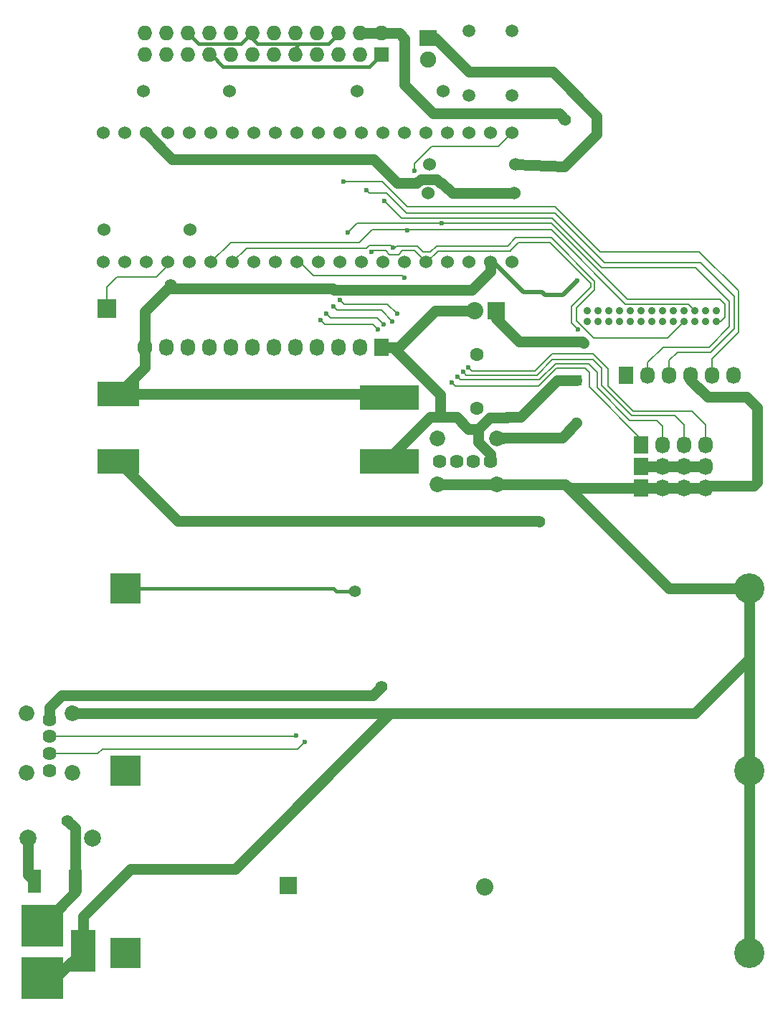
<source format=gbr>
G04 #@! TF.FileFunction,Copper,L1,Top,Signal*
%FSLAX46Y46*%
G04 Gerber Fmt 4.6, Leading zero omitted, Abs format (unit mm)*
G04 Created by KiCad (PCBNEW 4.0.2+dfsg1-stable) date 2017年09月12日 18時24分26秒*
%MOMM*%
G01*
G04 APERTURE LIST*
%ADD10C,0.100000*%
%ADD11C,0.900000*%
%ADD12R,3.556000X3.556000*%
%ADD13C,3.556000*%
%ADD14R,2.000000X1.900000*%
%ADD15C,1.900000*%
%ADD16R,1.501140X2.700020*%
%ADD17R,1.727200X2.032000*%
%ADD18O,1.727200X2.032000*%
%ADD19C,1.524000*%
%ADD20C,1.500000*%
%ADD21R,2.032000X2.032000*%
%ADD22O,2.032000X2.032000*%
%ADD23R,1.727200X1.727200*%
%ADD24O,1.727200X1.727200*%
%ADD25R,1.300000X1.300000*%
%ADD26C,1.300000*%
%ADD27R,2.999740X5.001260*%
%ADD28R,5.001260X5.001260*%
%ADD29R,2.235200X2.235200*%
%ADD30C,1.620000*%
%ADD31C,1.850000*%
%ADD32C,1.600200*%
%ADD33C,2.000000*%
%ADD34R,7.000000X3.000000*%
%ADD35R,5.000000X3.000000*%
%ADD36C,1.399540*%
%ADD37C,0.600000*%
%ADD38C,1.270000*%
%ADD39C,0.508000*%
%ADD40C,0.381000*%
%ADD41C,0.203200*%
G04 APERTURE END LIST*
D10*
D11*
X174665600Y-71719800D03*
X174665600Y-70449800D03*
X173395600Y-71719800D03*
X173395600Y-70449800D03*
X172125600Y-71719800D03*
X172125600Y-70449800D03*
X170855600Y-71719800D03*
X170855600Y-70449800D03*
X169585600Y-71719800D03*
X169585600Y-70449800D03*
X168315600Y-71719800D03*
X168315600Y-70449800D03*
X167045600Y-71719800D03*
X167045600Y-70449800D03*
X165775600Y-71719800D03*
X165775600Y-70449800D03*
X164505600Y-71719800D03*
X164505600Y-70449800D03*
X163235600Y-71719800D03*
X163235600Y-70449800D03*
X161965600Y-71719800D03*
X161965600Y-70449800D03*
X160695600Y-71719800D03*
X160695600Y-70449800D03*
X159425600Y-71719800D03*
X159425600Y-70449800D03*
D12*
X104875600Y-124744800D03*
D13*
X178535600Y-124744800D03*
D14*
X140629600Y-38318800D03*
D15*
X140629600Y-40858800D03*
D16*
X94160300Y-137759800D03*
X98960900Y-137759800D03*
D17*
X163997600Y-78069800D03*
D18*
X166537600Y-78069800D03*
X169077600Y-78069800D03*
X171617600Y-78069800D03*
X174157600Y-78069800D03*
X176697600Y-78069800D03*
D19*
X132247600Y-44541800D03*
X142407600Y-44541800D03*
X150789600Y-56606800D03*
X140629600Y-56606800D03*
X140832800Y-53177800D03*
X150992800Y-53177800D03*
D20*
X150535600Y-45049800D03*
X145455600Y-45049800D03*
X150535600Y-37429800D03*
X145455600Y-37429800D03*
D21*
X124085600Y-138244800D03*
D22*
X147273600Y-138460800D03*
D19*
X102275600Y-64734800D03*
X104815600Y-64734800D03*
X107355600Y-64734800D03*
X109895600Y-64734800D03*
X112435600Y-64734800D03*
X114975600Y-64734800D03*
X117515600Y-64734800D03*
X120055600Y-64734800D03*
X122595600Y-64734800D03*
X125135600Y-64734800D03*
X127675600Y-64734800D03*
X130215600Y-64734800D03*
X132755600Y-64734800D03*
X135295600Y-64734800D03*
X137835600Y-64734800D03*
X140375600Y-64734800D03*
X142915600Y-64734800D03*
X145455600Y-64734800D03*
X147995600Y-64734800D03*
X150535600Y-64734800D03*
X150535600Y-49494800D03*
X147995600Y-49494800D03*
X145455600Y-49494800D03*
X142915600Y-49494800D03*
X140375600Y-49494800D03*
X137835600Y-49494800D03*
X135295600Y-49494800D03*
X132755600Y-49494800D03*
X130215600Y-49494800D03*
X127675600Y-49494800D03*
X125135600Y-49494800D03*
X122595600Y-49494800D03*
X120055600Y-49494800D03*
X117515600Y-49494800D03*
X114975600Y-49494800D03*
X112435600Y-49494800D03*
X109895600Y-49494800D03*
X107355600Y-49494800D03*
X104815600Y-49494800D03*
X102275600Y-49494800D03*
D21*
X148630600Y-70449800D03*
D22*
X146090600Y-70449800D03*
D23*
X135085600Y-40244800D03*
D24*
X135085600Y-37704800D03*
X132545600Y-40244800D03*
X132545600Y-37704800D03*
X130005600Y-40244800D03*
X130005600Y-37704800D03*
X127465600Y-40244800D03*
X127465600Y-37704800D03*
X124925600Y-40244800D03*
X124925600Y-37704800D03*
X122385600Y-40244800D03*
X122385600Y-37704800D03*
X119845600Y-40244800D03*
X119845600Y-37704800D03*
X117305600Y-40244800D03*
X117305600Y-37704800D03*
X114765600Y-40244800D03*
X114765600Y-37704800D03*
X112225600Y-40244800D03*
X112225600Y-37704800D03*
X109685600Y-40244800D03*
X109685600Y-37704800D03*
X107145600Y-40244800D03*
X107145600Y-37704800D03*
D25*
X158155600Y-78704800D03*
D26*
X158155600Y-83704800D03*
D27*
X99886200Y-145993600D03*
D28*
X95034800Y-142993860D03*
X95085600Y-149244800D03*
D29*
X102656600Y-70246600D03*
D17*
X135085600Y-74744800D03*
D18*
X132545600Y-74744800D03*
X130005600Y-74744800D03*
X127465600Y-74744800D03*
X124925600Y-74744800D03*
X122385600Y-74744800D03*
X119845600Y-74744800D03*
X117305600Y-74744800D03*
X114765600Y-74744800D03*
X112225600Y-74744800D03*
X109685600Y-74744800D03*
X107145600Y-74744800D03*
D30*
X147995600Y-88229800D03*
X145995600Y-88229800D03*
X143995600Y-88229800D03*
D31*
X148725600Y-90949800D03*
D30*
X141995600Y-88229800D03*
D31*
X141725600Y-90949800D03*
X148725600Y-85509800D03*
X141725600Y-85509800D03*
D30*
X95925600Y-118709800D03*
X95925600Y-120709800D03*
X95925600Y-122709800D03*
D31*
X98645600Y-117979800D03*
D30*
X95925600Y-124709800D03*
D31*
X98645600Y-124979800D03*
X93205600Y-117979800D03*
X93205600Y-124979800D03*
D17*
X165775600Y-86324800D03*
D18*
X168315600Y-86324800D03*
X170855600Y-86324800D03*
X173395600Y-86324800D03*
D17*
X165775600Y-88864800D03*
D18*
X168315600Y-88864800D03*
X170855600Y-88864800D03*
X173395600Y-88864800D03*
D17*
X165775600Y-91404800D03*
D18*
X168315600Y-91404800D03*
X170855600Y-91404800D03*
X173395600Y-91404800D03*
D19*
X112511800Y-60874000D03*
X102351800Y-60874000D03*
X106974600Y-44541800D03*
X117134600Y-44541800D03*
D32*
X146395400Y-81981400D03*
X146395400Y-75631400D03*
D33*
X93395760Y-132679800D03*
X100995440Y-132679800D03*
D34*
X136085600Y-80744800D03*
X136085600Y-88244800D03*
D35*
X104085600Y-88244800D03*
X104085600Y-80244800D03*
D12*
X104875600Y-146244800D03*
D13*
X178535600Y-146244800D03*
D12*
X104875600Y-103244800D03*
D13*
X178535600Y-103244800D03*
D36*
X110251200Y-67401800D03*
D37*
X158206400Y-66944600D03*
D36*
X131993600Y-103596800D03*
D37*
X139029400Y-53914400D03*
X137835600Y-66563600D03*
X135422600Y-57495800D03*
X133339800Y-56225800D03*
X130672800Y-55235200D03*
X131155400Y-61255000D03*
X142229800Y-60162800D03*
X138191200Y-60975600D03*
X136514800Y-62982200D03*
X158282600Y-72659600D03*
X133924000Y-63541000D03*
D36*
X98059200Y-130647800D03*
X153786800Y-95341800D03*
D37*
X158993800Y-74310600D03*
D36*
X135117800Y-114849000D03*
X156809400Y-47920000D03*
D37*
X126024600Y-121376800D03*
X125008600Y-120614800D03*
X143423600Y-78958800D03*
X134686000Y-72659600D03*
X127904200Y-71542000D03*
X144058600Y-78222200D03*
X135346400Y-72075400D03*
X128615400Y-70830800D03*
X129428200Y-69992600D03*
X136413200Y-71694400D03*
X144744400Y-77688800D03*
X145354000Y-77130000D03*
X136997400Y-70830800D03*
X130241000Y-69205200D03*
D38*
X99886200Y-145993600D02*
X99886200Y-141952600D01*
X154498000Y-117973200D02*
X154498000Y-117979800D01*
X136159200Y-117973200D02*
X154498000Y-117973200D01*
X117820400Y-136312000D02*
X136159200Y-117973200D01*
X105526800Y-136312000D02*
X117820400Y-136312000D01*
X99886200Y-141952600D02*
X105526800Y-136312000D01*
X98645600Y-117979800D02*
X154498000Y-117979800D01*
X154498000Y-117979800D02*
X172093600Y-117979800D01*
X172093600Y-117979800D02*
X178535600Y-111537800D01*
X178535600Y-103244800D02*
X169102200Y-103244800D01*
X169102200Y-103244800D02*
X156807200Y-90949800D01*
X178535600Y-124744800D02*
X178535600Y-111537800D01*
X178535600Y-111537800D02*
X178535600Y-103244800D01*
X178535600Y-146244800D02*
X178535600Y-124744800D01*
X95085600Y-149244800D02*
X96635000Y-149244800D01*
X96635000Y-149244800D02*
X99886200Y-145993600D01*
X110759200Y-67859000D02*
X110759200Y-67808200D01*
X110708400Y-67808200D02*
X110759200Y-67859000D01*
X110657600Y-67808200D02*
X110708400Y-67808200D01*
X110251200Y-67401800D02*
X110657600Y-67808200D01*
X107145600Y-74744800D02*
X107145600Y-77184800D01*
X107145600Y-77184800D02*
X104085600Y-80244800D01*
X104085600Y-80244800D02*
X135585600Y-80244800D01*
X135585600Y-80244800D02*
X136085600Y-80744800D01*
X147995600Y-64734800D02*
X147995600Y-65827000D01*
X129352000Y-67808200D02*
X110759200Y-67808200D01*
X129555200Y-68011400D02*
X129352000Y-67808200D01*
X145811200Y-68011400D02*
X129555200Y-68011400D01*
X147995600Y-65827000D02*
X145811200Y-68011400D01*
X110759200Y-67808200D02*
X109921000Y-67808200D01*
X107145600Y-70583600D02*
X107145600Y-74744800D01*
X109921000Y-67808200D02*
X107145600Y-70583600D01*
X141725600Y-90949800D02*
X148725600Y-90949800D01*
X148725600Y-85509800D02*
X149441200Y-85509800D01*
X149441200Y-85509800D02*
X149540600Y-85410400D01*
X149540600Y-85410400D02*
X156450000Y-85410400D01*
X156450000Y-85410400D02*
X158155600Y-83704800D01*
X148725600Y-90949800D02*
X156807200Y-90949800D01*
X156807200Y-90949800D02*
X157262200Y-91404800D01*
X157262200Y-91404800D02*
X165775600Y-91404800D01*
X168315600Y-91404800D02*
X170855600Y-91404800D01*
X165775600Y-91404800D02*
X168315600Y-91404800D01*
X170855600Y-91404800D02*
X173395600Y-91404800D01*
X171617600Y-78069800D02*
X171617600Y-78654000D01*
X171617600Y-78654000D02*
X173624200Y-80660600D01*
X179085200Y-91100000D02*
X173700400Y-91100000D01*
X179491600Y-90693600D02*
X179085200Y-91100000D01*
X179491600Y-81930600D02*
X179491600Y-90693600D01*
X178221600Y-80660600D02*
X179491600Y-81930600D01*
X173624200Y-80660600D02*
X178221600Y-80660600D01*
X173700400Y-91100000D02*
X173395600Y-91404800D01*
D39*
X155387000Y-68570200D02*
X156580800Y-68570200D01*
X151856400Y-68265400D02*
X154117000Y-68265400D01*
X154117000Y-68265400D02*
X154421800Y-68570200D01*
X154421800Y-68570200D02*
X155387000Y-68570200D01*
X148325800Y-64734800D02*
X151856400Y-68265400D01*
X156580800Y-68570200D02*
X158206400Y-66944600D01*
X147995600Y-64734800D02*
X148325800Y-64734800D01*
D38*
X140629600Y-38318800D02*
X141467800Y-38318800D01*
X141467800Y-38318800D02*
X145455600Y-42306600D01*
X156733200Y-53431800D02*
X150992800Y-53177800D01*
X160517800Y-49647200D02*
X156733200Y-53431800D01*
X160517800Y-47488200D02*
X160517800Y-49647200D01*
X155336200Y-42306600D02*
X160517800Y-47488200D01*
X145455600Y-42306600D02*
X155336200Y-42306600D01*
D40*
X124925600Y-40244800D02*
X124925600Y-39443200D01*
X124925600Y-39443200D02*
X125389600Y-38979200D01*
X119845600Y-37704800D02*
X119806000Y-37704800D01*
X119806000Y-37704800D02*
X118531600Y-38979200D01*
X113500000Y-38979200D02*
X112225600Y-37704800D01*
X118531600Y-38979200D02*
X113500000Y-38979200D01*
X130005600Y-37704800D02*
X130005600Y-37792200D01*
X130005600Y-37792200D02*
X128818600Y-38979200D01*
X128818600Y-38979200D02*
X125389600Y-38979200D01*
X125389600Y-38979200D02*
X120436600Y-38979200D01*
X120436600Y-38979200D02*
X119845600Y-38388200D01*
X119845600Y-38388200D02*
X119845600Y-37704800D01*
X114765600Y-40244800D02*
X115047400Y-40244800D01*
X115047400Y-40244800D02*
X116448800Y-41646200D01*
X116448800Y-41646200D02*
X133684200Y-41646200D01*
X133684200Y-41646200D02*
X135085600Y-40244800D01*
X114950200Y-103244800D02*
X129457200Y-103244800D01*
X129809200Y-103596800D02*
X131993600Y-103596800D01*
X129457200Y-103244800D02*
X129809200Y-103596800D01*
D41*
X139029400Y-53914400D02*
X139029400Y-53127000D01*
X141061400Y-51095000D02*
X141366200Y-51095000D01*
X139029400Y-53127000D02*
X141061400Y-51095000D01*
X148935400Y-51095000D02*
X150535600Y-49494800D01*
X141366200Y-51095000D02*
X148935400Y-51095000D01*
D40*
X104875600Y-103244800D02*
X114950200Y-103244800D01*
D41*
X125135600Y-64734800D02*
X125465800Y-64734800D01*
X125465800Y-64734800D02*
X127066000Y-66335000D01*
X127066000Y-66335000D02*
X137607000Y-66335000D01*
X137607000Y-66335000D02*
X137835600Y-66563600D01*
X166537600Y-76571200D02*
X166537600Y-78069800D01*
X168366400Y-74742400D02*
X166537600Y-76571200D01*
X173776600Y-74742400D02*
X168366400Y-74742400D01*
X176164200Y-72354800D02*
X173776600Y-74742400D01*
X176164200Y-69357600D02*
X176164200Y-72354800D01*
X172176400Y-65369800D02*
X176164200Y-69357600D01*
X161152800Y-65369800D02*
X172176400Y-65369800D01*
X155310800Y-59527800D02*
X161152800Y-65369800D01*
X137454600Y-59527800D02*
X155310800Y-59527800D01*
X135422600Y-57495800D02*
X137454600Y-59527800D01*
X169077600Y-76342600D02*
X169077600Y-78069800D01*
X170068200Y-75352000D02*
X169077600Y-76342600D01*
X173979800Y-75352000D02*
X170068200Y-75352000D01*
X176773800Y-72558000D02*
X173979800Y-75352000D01*
X176773800Y-68773400D02*
X176773800Y-72558000D01*
X172811400Y-64811000D02*
X176773800Y-68773400D01*
X161483000Y-64811000D02*
X172811400Y-64811000D01*
X155590200Y-58918200D02*
X161483000Y-64811000D01*
X138064200Y-58918200D02*
X155590200Y-58918200D01*
X135727400Y-56581400D02*
X138064200Y-58918200D01*
X133695400Y-56581400D02*
X135727400Y-56581400D01*
X133339800Y-56225800D02*
X133695400Y-56581400D01*
X174157600Y-78069800D02*
X174157600Y-76139400D01*
X135168600Y-55235200D02*
X130672800Y-55235200D01*
X138140400Y-58207000D02*
X135168600Y-55235200D01*
X155641000Y-58207000D02*
X138140400Y-58207000D01*
X160924200Y-63490200D02*
X155641000Y-58207000D01*
X172659000Y-63490200D02*
X160924200Y-63490200D01*
X177256400Y-68087600D02*
X172659000Y-63490200D01*
X177256400Y-73040600D02*
X177256400Y-68087600D01*
X174157600Y-76139400D02*
X177256400Y-73040600D01*
X150281600Y-60162800D02*
X155209200Y-60162800D01*
X164683400Y-69129000D02*
X164683400Y-69103600D01*
X164175400Y-69129000D02*
X164683400Y-69129000D01*
X155209200Y-60162800D02*
X164175400Y-69129000D01*
X174665600Y-71719800D02*
X175173600Y-71719800D01*
X175173600Y-71719800D02*
X175707000Y-71186400D01*
X175707000Y-71186400D02*
X175707000Y-69687800D01*
X175707000Y-69687800D02*
X175122800Y-69103600D01*
X175122800Y-69103600D02*
X164683400Y-69103600D01*
X132247600Y-60162800D02*
X131155400Y-61255000D01*
X131155400Y-61255000D02*
X131104600Y-61305800D01*
X150281600Y-60162800D02*
X142229800Y-60162800D01*
X142229800Y-60162800D02*
X132247600Y-60162800D01*
X149722800Y-60924800D02*
X155183800Y-60924800D01*
X163921400Y-69662400D02*
X171338200Y-69662400D01*
X155183800Y-60924800D02*
X163921400Y-69662400D01*
X138191200Y-60975600D02*
X138191200Y-60924800D01*
X138191200Y-60924800D02*
X138191200Y-60975600D01*
X138191200Y-60975600D02*
X138191200Y-60924800D01*
X134000200Y-60924800D02*
X138191200Y-60924800D01*
X138191200Y-60924800D02*
X149722800Y-60924800D01*
X171338200Y-69662400D02*
X172125600Y-70449800D01*
X114975600Y-64734800D02*
X117312400Y-62398000D01*
X132527000Y-62398000D02*
X134000200Y-60924800D01*
X132527000Y-62398000D02*
X117312400Y-62398000D01*
X158181000Y-70551400D02*
X158181000Y-70145000D01*
X150942000Y-61864600D02*
X150002200Y-62804400D01*
X155158400Y-61864600D02*
X150942000Y-61864600D01*
X160289200Y-66995400D02*
X155158400Y-61864600D01*
X160289200Y-68036800D02*
X160289200Y-66995400D01*
X158181000Y-70145000D02*
X160289200Y-68036800D01*
X139080200Y-62804400D02*
X139334200Y-62804400D01*
X136743400Y-62982200D02*
X136921200Y-62804400D01*
X141645600Y-62804400D02*
X150002200Y-62804400D01*
X136921200Y-62804400D02*
X139080200Y-62804400D01*
X136514800Y-62982200D02*
X136743400Y-62982200D01*
X139334200Y-62804400D02*
X140070800Y-63541000D01*
X140070800Y-63541000D02*
X140909000Y-63541000D01*
X140909000Y-63541000D02*
X141645600Y-62804400D01*
X136514800Y-62982200D02*
X136464000Y-62982200D01*
X136210000Y-62728200D02*
X133695400Y-62728200D01*
X136464000Y-62982200D02*
X136210000Y-62728200D01*
X158181000Y-70551400D02*
X158181000Y-71669000D01*
X170855600Y-71719800D02*
X168925200Y-73650200D01*
X160162200Y-73650200D02*
X168925200Y-73650200D01*
X158181000Y-71669000D02*
X160162200Y-73650200D01*
X133695400Y-62728200D02*
X133365200Y-63058400D01*
X133365200Y-63058400D02*
X119192000Y-63058400D01*
X119192000Y-63058400D02*
X117515600Y-64734800D01*
X158282600Y-72659600D02*
X157546000Y-71923000D01*
X157546000Y-71923000D02*
X157546000Y-69992600D01*
X157546000Y-69992600D02*
X157673000Y-69865600D01*
X150383200Y-63426700D02*
X150383200Y-63312400D01*
X159885998Y-67652602D02*
X157673000Y-69865600D01*
X159885998Y-67252598D02*
X159885998Y-67652602D01*
X155056800Y-62423400D02*
X159885998Y-67252598D01*
X151272200Y-62423400D02*
X155056800Y-62423400D01*
X150383200Y-63312400D02*
X151272200Y-62423400D01*
X140375600Y-64734800D02*
X140477200Y-64734800D01*
X140477200Y-64734800D02*
X141785300Y-63426700D01*
X135473400Y-63363200D02*
X135600400Y-63363200D01*
X137124400Y-63820400D02*
X137581600Y-63363200D01*
X136057600Y-63820400D02*
X137124400Y-63820400D01*
X135600400Y-63363200D02*
X136057600Y-63820400D01*
X141785300Y-63426700D02*
X150383200Y-63426700D01*
X139004000Y-63363200D02*
X139067500Y-63426700D01*
X139067500Y-63426700D02*
X140375600Y-64734800D01*
X134101800Y-63363200D02*
X135473400Y-63363200D01*
X137581600Y-63363200D02*
X139004000Y-63363200D01*
X133924000Y-63541000D02*
X134101800Y-63363200D01*
D38*
X93395760Y-132679800D02*
X93395760Y-136995260D01*
X93395760Y-136995260D02*
X94160300Y-137759800D01*
X98960900Y-131549500D02*
X98960900Y-137759800D01*
X98059200Y-130647800D02*
X98960900Y-131549500D01*
X98960900Y-137759800D02*
X98960900Y-139067760D01*
X98960900Y-139067760D02*
X95034800Y-142993860D01*
X94160300Y-142119360D02*
X95034800Y-142993860D01*
X142255200Y-55362200D02*
X142052000Y-55362200D01*
X134203400Y-52568200D02*
X133720800Y-52568200D01*
X137022800Y-55387600D02*
X134203400Y-52568200D01*
X139283400Y-55387600D02*
X137022800Y-55387600D01*
X139740600Y-54930400D02*
X139283400Y-55387600D01*
X141620200Y-54930400D02*
X139740600Y-54930400D01*
X142052000Y-55362200D02*
X141620200Y-54930400D01*
X135905200Y-95240200D02*
X111081000Y-95240200D01*
X153786800Y-95341800D02*
X153685200Y-95240200D01*
X135905200Y-95240200D02*
X153685200Y-95240200D01*
X111081000Y-95240200D02*
X104085600Y-88244800D01*
X151348400Y-74107400D02*
X148630600Y-71389600D01*
X158790600Y-74107400D02*
X151348400Y-74107400D01*
X158993800Y-74310600D02*
X158790600Y-74107400D01*
X148630600Y-71389600D02*
X148630600Y-70449800D01*
X168315600Y-88864800D02*
X165775600Y-88864800D01*
X170855600Y-88864800D02*
X168315600Y-88864800D01*
X173395600Y-88864800D02*
X170855600Y-88864800D01*
X150789600Y-56606800D02*
X143499800Y-56606800D01*
X143499800Y-56606800D02*
X142255200Y-55362200D01*
X133720800Y-52568200D02*
X110429000Y-52568200D01*
X110429000Y-52568200D02*
X107355600Y-49494800D01*
D41*
X109895600Y-64734800D02*
X109895600Y-65166600D01*
X109895600Y-65166600D02*
X108574800Y-66487400D01*
X108574800Y-66487400D02*
X103850400Y-66487400D01*
X103850400Y-66487400D02*
X102656600Y-67681200D01*
X102656600Y-67681200D02*
X102656600Y-70246600D01*
D38*
X135085600Y-74744800D02*
X136466400Y-74744800D01*
X142102800Y-80381200D02*
X142102800Y-83022800D01*
X136466400Y-74744800D02*
X142102800Y-80381200D01*
X134127200Y-115839600D02*
X97398800Y-115839600D01*
X135117800Y-114849000D02*
X134127200Y-115839600D01*
X146573200Y-84394400D02*
X146573200Y-85994600D01*
X147995600Y-87417000D02*
X147995600Y-88229800D01*
X146573200Y-85994600D02*
X147995600Y-87417000D01*
X139702500Y-84203900D02*
X140883600Y-83022800D01*
X139702500Y-84203900D02*
X136085600Y-87820800D01*
X140883600Y-83022800D02*
X142102800Y-83022800D01*
X142102800Y-83022800D02*
X144033200Y-83022800D01*
X144033200Y-83022800D02*
X145404800Y-84394400D01*
X145404800Y-84394400D02*
X146573200Y-84394400D01*
X149900600Y-83048200D02*
X149900600Y-83022800D01*
X147919400Y-83048200D02*
X149900600Y-83048200D01*
X146573200Y-84394400D02*
X147919400Y-83048200D01*
X135085600Y-74744800D02*
X137172800Y-74744800D01*
X141467800Y-70449800D02*
X146090600Y-70449800D01*
X137172800Y-74744800D02*
X141467800Y-70449800D01*
X137196200Y-37704800D02*
X135085600Y-37704800D01*
X137835600Y-38344200D02*
X137196200Y-37704800D01*
X137835600Y-43830600D02*
X137835600Y-38344200D01*
X141213800Y-47208800D02*
X137835600Y-43830600D01*
X156098200Y-47208800D02*
X141213800Y-47208800D01*
X156809400Y-47920000D02*
X156098200Y-47208800D01*
X95925600Y-118709800D02*
X95925600Y-117312800D01*
X95925600Y-117312800D02*
X97398800Y-115839600D01*
X158155600Y-78704800D02*
X155895000Y-78704800D01*
X151577000Y-83022800D02*
X150916600Y-83022800D01*
X150916600Y-83022800D02*
X149900600Y-83022800D01*
X155895000Y-78704800D02*
X151577000Y-83022800D01*
X136085600Y-87820800D02*
X136085600Y-88244800D01*
X132545600Y-37704800D02*
X135085600Y-37704800D01*
D41*
X95925600Y-122709800D02*
X101603000Y-122709800D01*
X125237200Y-122164200D02*
X126024600Y-121376800D01*
X102148600Y-122164200D02*
X125237200Y-122164200D01*
X101603000Y-122709800D02*
X102148600Y-122164200D01*
X124551400Y-120640200D02*
X124983200Y-120640200D01*
X124481800Y-120709800D02*
X124551400Y-120640200D01*
X95925600Y-120709800D02*
X124481800Y-120709800D01*
X124983200Y-120640200D02*
X125008600Y-120614800D01*
X165775600Y-86324800D02*
X165775600Y-85588200D01*
X165775600Y-85588200D02*
X159654200Y-79466800D01*
X159654200Y-79466800D02*
X159654200Y-77714200D01*
X159654200Y-77714200D02*
X159146200Y-77206200D01*
X159146200Y-77206200D02*
X155818800Y-77206200D01*
X155818800Y-77206200D02*
X153685200Y-79339800D01*
X153685200Y-79339800D02*
X143804600Y-79339800D01*
X143804600Y-79339800D02*
X143423600Y-78958800D01*
X134686000Y-72659600D02*
X134076400Y-72050000D01*
X134076400Y-72050000D02*
X128412200Y-72050000D01*
X128412200Y-72050000D02*
X127904200Y-71542000D01*
X168315600Y-84089600D02*
X168315600Y-86324800D01*
X167604400Y-83378400D02*
X168315600Y-84089600D01*
X164454800Y-83378400D02*
X167604400Y-83378400D01*
X160619400Y-79543000D02*
X164454800Y-83378400D01*
X160619400Y-77714200D02*
X160619400Y-79543000D01*
X159603400Y-76698200D02*
X160619400Y-77714200D01*
X155666400Y-76698200D02*
X159603400Y-76698200D01*
X153736000Y-78628600D02*
X155666400Y-76698200D01*
X144465000Y-78628600D02*
X153736000Y-78628600D01*
X144058600Y-78222200D02*
X144465000Y-78628600D01*
X134584400Y-71313400D02*
X135346400Y-72075400D01*
X129098000Y-71313400D02*
X134584400Y-71313400D01*
X128615400Y-70830800D02*
X129098000Y-71313400D01*
X170855600Y-86324800D02*
X170855600Y-83886400D01*
X129834600Y-70399000D02*
X129428200Y-69992600D01*
X135117800Y-70399000D02*
X129834600Y-70399000D01*
X136413200Y-71694400D02*
X135117800Y-70399000D01*
X145100000Y-78044400D02*
X144744400Y-77688800D01*
X153456600Y-78044400D02*
X145100000Y-78044400D01*
X155310800Y-76190200D02*
X153456600Y-78044400D01*
X160060600Y-76190200D02*
X155310800Y-76190200D01*
X161127400Y-77257000D02*
X160060600Y-76190200D01*
X161127400Y-79263600D02*
X161127400Y-77257000D01*
X164683400Y-82819600D02*
X161127400Y-79263600D01*
X169788800Y-82819600D02*
X164683400Y-82819600D01*
X170855600Y-83886400D02*
X169788800Y-82819600D01*
X173395600Y-83937200D02*
X173395600Y-86324800D01*
X171795400Y-82337000D02*
X173395600Y-83937200D01*
X164861200Y-82337000D02*
X171795400Y-82337000D01*
X161838600Y-79314400D02*
X164861200Y-82337000D01*
X161838600Y-77282400D02*
X161838600Y-79314400D01*
X160060600Y-75504400D02*
X161838600Y-77282400D01*
X155260000Y-75504400D02*
X160060600Y-75504400D01*
X153228000Y-77536400D02*
X155260000Y-75504400D01*
X145760400Y-77536400D02*
X153228000Y-77536400D01*
X145354000Y-77130000D02*
X145760400Y-77536400D01*
X135829000Y-69662400D02*
X136997400Y-70830800D01*
X130698200Y-69662400D02*
X135829000Y-69662400D01*
X130241000Y-69205200D02*
X130698200Y-69662400D01*
M02*

</source>
